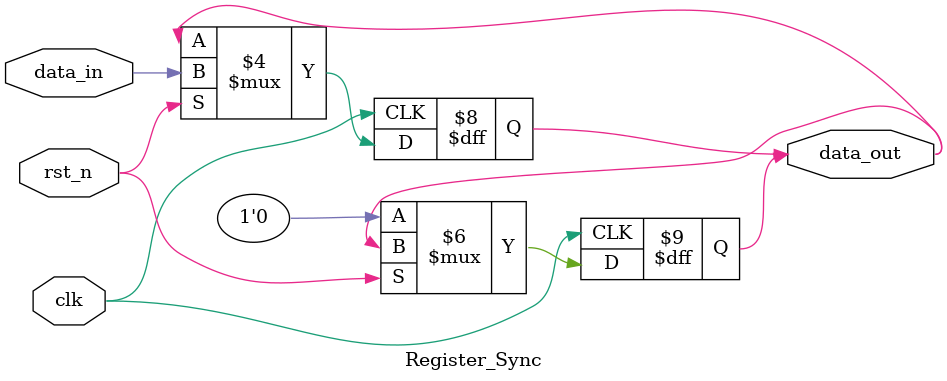
<source format=sv>
module Comparator_RegSync #(parameter WIDTH = 4) (
    input               clk,      // 全局时钟
    input               rst_n,    // 低有效同步复位
    input  [WIDTH-1:0]  in1,      // 输入向量1
    input  [WIDTH-1:0]  in2,      // 输入向量2
    output              eq_out    // 寄存后的比较结果
);
    // 内部连线，用于连接比较模块和寄存器模块
    wire comparison_result;
    
    // 实例化组合逻辑比较器子模块
    Comparator_Core #(
        .WIDTH(WIDTH)
    ) comp_core_inst (
        .in1(in1),
        .in2(in2),
        .eq_out(comparison_result)
    );
    
    // 实例化同步寄存器子模块
    Register_Sync reg_inst (
        .clk(clk),
        .rst_n(rst_n),
        .data_in(comparison_result),
        .data_out(eq_out)
    );
    
endmodule

// 纯组合逻辑比较器子模块
module Comparator_Core #(parameter WIDTH = 4) (
    input  [WIDTH-1:0]  in1,      // 输入向量1
    input  [WIDTH-1:0]  in2,      // 输入向量2
    output              eq_out    // 比较结果
);
    // 使用连续赋值而非过程块，优化组合逻辑性能
    assign eq_out = (in1 == in2);
    
endmodule

// 通用同步寄存器子模块
module Register_Sync (
    input       clk,              // 时钟信号
    input       rst_n,            // 低有效同步复位
    input       data_in,          // 数据输入
    output reg  data_out          // 寄存数据输出
);
    // 复位逻辑处理
    always @(posedge clk) begin
        if (!rst_n) 
            data_out <= 1'b0;
    end
    
    // 数据寄存逻辑处理
    always @(posedge clk) begin
        if (rst_n)        
            data_out <= data_in;
    end
    
endmodule
</source>
